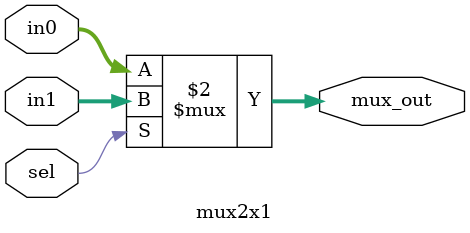
<source format=v>
module mux2x1 (sel, in0, in1, mux_out);
parameter WIDTH=32;
input sel;
input   [WIDTH-1:0] in0, in1;

output reg [WIDTH-1:0] mux_out;

always @ ( sel , in0 , in1 )
begin
    mux_out = sel ? in1 : in0 ;
end
endmodule


</source>
